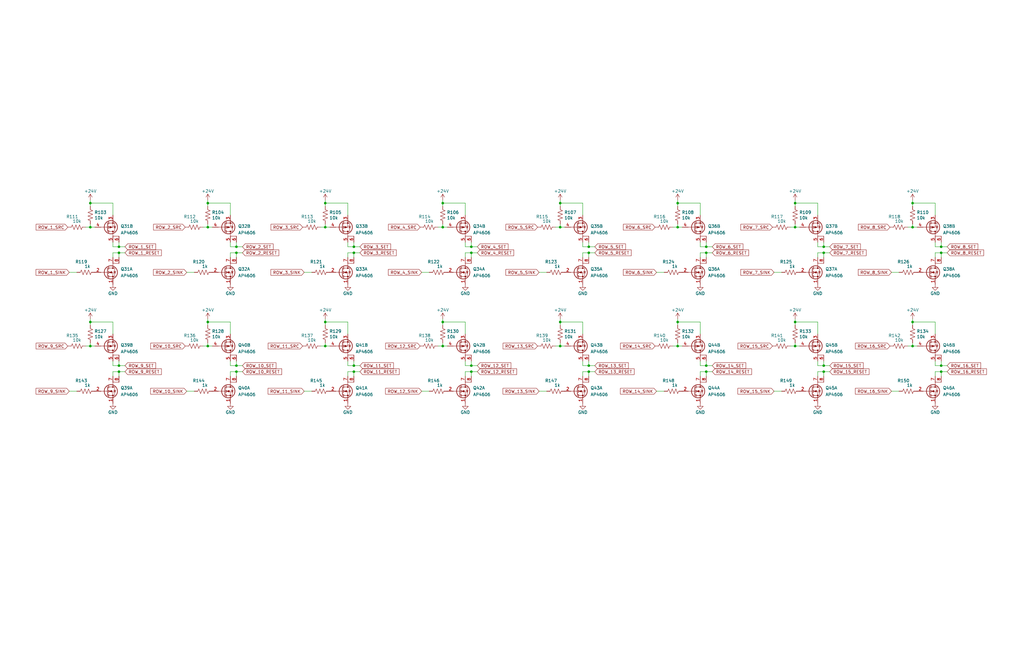
<source format=kicad_sch>
(kicad_sch (version 20211123) (generator eeschema)
  (paper "USLedger")
  (title_block (title "Luminator MAX3000 Custom Driver Board") (date "2023-03-21") (rev "E"))
  (junction (at 347.345 104.14))
  (junction (at 384.81 85.725))
  (junction (at 38.1 85.725))
  (junction (at 335.28 135.89))
  (junction (at 396.875 106.68))
  (junction (at 297.815 154.305))
  (junction (at 50.165 106.68))
  (junction (at 384.81 146.05))
  (junction (at 50.165 104.14))
  (junction (at 38.1 135.89))
  (junction (at 87.63 135.89))
  (junction (at 149.225 154.305))
  (junction (at 137.16 85.725))
  (junction (at 285.75 146.05))
  (junction (at 149.225 104.14))
  (junction (at 149.225 106.68))
  (junction (at 186.69 95.885))
  (junction (at 236.22 135.89))
  (junction (at 248.285 156.845))
  (junction (at 87.63 95.885))
  (junction (at 384.81 135.89))
  (junction (at 198.755 154.305))
  (junction (at 347.345 106.68))
  (junction (at 335.28 85.725))
  (junction (at 137.16 95.885))
  (junction (at 285.75 85.725))
  (junction (at 248.285 154.305))
  (junction (at 297.815 106.68))
  (junction (at 396.875 154.305))
  (junction (at 236.22 95.885))
  (junction (at 99.695 154.305))
  (junction (at 87.63 85.725))
  (junction (at 198.755 106.68))
  (junction (at 384.81 95.885))
  (junction (at 99.695 106.68))
  (junction (at 347.345 154.305))
  (junction (at 137.16 135.89))
  (junction (at 198.755 104.14))
  (junction (at 297.815 104.14))
  (junction (at 347.345 156.845))
  (junction (at 186.69 146.05))
  (junction (at 285.75 95.885))
  (junction (at 285.75 135.89))
  (junction (at 236.22 146.05))
  (junction (at 137.16 146.05))
  (junction (at 99.695 156.845))
  (junction (at 186.69 135.89))
  (junction (at 335.28 146.05))
  (junction (at 50.165 156.845))
  (junction (at 38.1 146.05))
  (junction (at 87.63 146.05))
  (junction (at 335.28 95.885))
  (junction (at 297.815 156.845))
  (junction (at 38.1 95.885))
  (junction (at 50.165 154.305))
  (junction (at 99.695 104.14))
  (junction (at 248.285 104.14))
  (junction (at 396.875 104.14))
  (junction (at 186.69 85.725))
  (junction (at 236.22 85.725))
  (junction (at 149.225 156.845))
  (junction (at 248.285 106.68))
  (junction (at 198.755 156.845))
  (junction (at 396.875 156.845))
  (wire (pts (xy 335.28 134.62) (xy 335.28 135.89)))
  (wire (pts (xy 344.805 106.68) (xy 347.345 106.68)))
  (wire (pts (xy 236.22 86.995) (xy 236.22 85.725)))
  (wire (pts (xy 236.22 135.89) (xy 245.745 135.89)))
  (wire (pts (xy 250.825 154.305) (xy 248.285 154.305)))
  (wire (pts (xy 335.28 146.05) (xy 337.185 146.05)))
  (wire (pts (xy 347.345 106.68) (xy 347.345 108.585)))
  (wire (pts (xy 394.335 106.68) (xy 396.875 106.68)))
  (wire (pts (xy 245.745 106.68) (xy 245.745 108.585)))
  (wire (pts (xy 201.295 104.14) (xy 198.755 104.14)))
  (wire (pts (xy 99.695 104.14) (xy 97.155 104.14)))
  (wire (pts (xy 47.625 156.845) (xy 47.625 158.75)))
  (wire (pts (xy 99.695 106.68) (xy 102.235 106.68)))
  (wire (pts (xy 99.695 156.845) (xy 99.695 158.75)))
  (wire (pts (xy 394.335 156.845) (xy 396.875 156.845)))
  (wire (pts (xy 36.195 95.885) (xy 38.1 95.885)))
  (wire (pts (xy 38.1 137.16) (xy 38.1 135.89)))
  (wire (pts (xy 99.695 156.845) (xy 102.235 156.845)))
  (wire (pts (xy 99.695 106.68) (xy 99.695 108.585)))
  (wire (pts (xy 50.165 106.68) (xy 50.165 108.585)))
  (wire (pts (xy 384.81 86.995) (xy 384.81 85.725)))
  (wire (pts (xy 87.63 84.455) (xy 87.63 85.725)))
  (wire (pts (xy 285.75 85.725) (xy 285.75 86.995)))
  (wire (pts (xy 97.155 140.97) (xy 97.155 135.89)))
  (wire (pts (xy 283.845 146.05) (xy 285.75 146.05)))
  (wire (pts (xy 347.345 156.845) (xy 347.345 158.75)))
  (wire (pts (xy 135.255 95.885) (xy 137.16 95.885)))
  (wire (pts (xy 384.81 94.615) (xy 384.81 95.885)))
  (wire (pts (xy 149.225 106.68) (xy 149.225 108.585)))
  (wire (pts (xy 335.28 95.885) (xy 337.185 95.885)))
  (wire (pts (xy 137.16 95.885) (xy 139.065 95.885)))
  (wire (pts (xy 234.315 146.05) (xy 236.22 146.05)))
  (wire (pts (xy 198.755 106.68) (xy 198.755 108.585)))
  (wire (pts (xy 335.28 137.16) (xy 335.28 135.89)))
  (wire (pts (xy 347.345 156.845) (xy 349.885 156.845)))
  (wire (pts (xy 186.69 144.78) (xy 186.69 146.05)))
  (wire (pts (xy 146.685 90.805) (xy 146.685 85.725)))
  (wire (pts (xy 276.86 165.1) (xy 280.035 165.1)))
  (wire (pts (xy 295.275 90.805) (xy 295.275 85.725)))
  (wire (pts (xy 236.22 95.885) (xy 238.125 95.885)))
  (wire (pts (xy 196.215 156.845) (xy 198.755 156.845)))
  (wire (pts (xy 245.745 156.845) (xy 248.285 156.845)))
  (wire (pts (xy 285.75 137.16) (xy 285.75 135.89)))
  (wire (pts (xy 149.225 152.4) (xy 149.225 154.305)))
  (wire (pts (xy 201.295 154.305) (xy 198.755 154.305)))
  (wire (pts (xy 335.28 144.78) (xy 335.28 146.05)))
  (wire (pts (xy 87.63 85.725) (xy 97.155 85.725)))
  (wire (pts (xy 146.685 140.97) (xy 146.685 135.89)))
  (wire (pts (xy 227.33 114.935) (xy 230.505 114.935)))
  (wire (pts (xy 97.155 104.14) (xy 97.155 102.235)))
  (wire (pts (xy 248.285 104.14) (xy 245.745 104.14)))
  (wire (pts (xy 384.81 137.16) (xy 384.81 135.89)))
  (wire (pts (xy 347.345 106.68) (xy 349.885 106.68)))
  (wire (pts (xy 186.69 86.995) (xy 186.69 85.725)))
  (wire (pts (xy 384.81 135.89) (xy 394.335 135.89)))
  (wire (pts (xy 236.22 84.455) (xy 236.22 85.725)))
  (wire (pts (xy 196.215 140.97) (xy 196.215 135.89)))
  (wire (pts (xy 149.225 106.68) (xy 151.765 106.68)))
  (wire (pts (xy 47.625 90.805) (xy 47.625 85.725)))
  (wire (pts (xy 38.1 95.885) (xy 40.005 95.885)))
  (wire (pts (xy 295.275 154.305) (xy 295.275 152.4)))
  (wire (pts (xy 97.155 156.845) (xy 97.155 158.75)))
  (wire (pts (xy 396.875 106.68) (xy 396.875 108.585)))
  (wire (pts (xy 97.155 106.68) (xy 97.155 108.585)))
  (wire (pts (xy 97.155 106.68) (xy 99.695 106.68)))
  (wire (pts (xy 137.16 135.89) (xy 146.685 135.89)))
  (wire (pts (xy 344.805 140.97) (xy 344.805 135.89)))
  (wire (pts (xy 344.805 156.845) (xy 347.345 156.845)))
  (wire (pts (xy 29.21 114.935) (xy 32.385 114.935)))
  (wire (pts (xy 285.75 84.455) (xy 285.75 85.725)))
  (wire (pts (xy 47.625 154.305) (xy 47.625 152.4)))
  (wire (pts (xy 297.815 106.68) (xy 300.355 106.68)))
  (wire (pts (xy 344.805 156.845) (xy 344.805 158.75)))
  (wire (pts (xy 344.805 104.14) (xy 344.805 102.235)))
  (wire (pts (xy 300.355 104.14) (xy 297.815 104.14)))
  (wire (pts (xy 50.165 156.845) (xy 52.705 156.845)))
  (wire (pts (xy 149.225 156.845) (xy 149.225 158.75)))
  (wire (pts (xy 234.315 95.885) (xy 236.22 95.885)))
  (wire (pts (xy 333.375 146.05) (xy 335.28 146.05)))
  (wire (pts (xy 177.8 114.935) (xy 180.975 114.935)))
  (wire (pts (xy 198.755 156.845) (xy 201.295 156.845)))
  (wire (pts (xy 87.63 146.05) (xy 89.535 146.05)))
  (wire (pts (xy 184.785 146.05) (xy 186.69 146.05)))
  (wire (pts (xy 47.625 106.68) (xy 47.625 108.585)))
  (wire (pts (xy 283.845 95.885) (xy 285.75 95.885)))
  (wire (pts (xy 344.805 154.305) (xy 344.805 152.4)))
  (wire (pts (xy 198.755 154.305) (xy 196.215 154.305)))
  (wire (pts (xy 295.275 106.68) (xy 295.275 108.585)))
  (wire (pts (xy 245.745 140.97) (xy 245.745 135.89)))
  (wire (pts (xy 36.195 146.05) (xy 38.1 146.05)))
  (wire (pts (xy 382.905 95.885) (xy 384.81 95.885)))
  (wire (pts (xy 50.165 102.235) (xy 50.165 104.14)))
  (wire (pts (xy 399.415 154.305) (xy 396.875 154.305)))
  (wire (pts (xy 146.685 106.68) (xy 146.685 108.585)))
  (wire (pts (xy 137.16 94.615) (xy 137.16 95.885)))
  (wire (pts (xy 245.745 104.14) (xy 245.745 102.235)))
  (wire (pts (xy 285.75 95.885) (xy 287.655 95.885)))
  (wire (pts (xy 186.69 146.05) (xy 188.595 146.05)))
  (wire (pts (xy 335.28 84.455) (xy 335.28 85.725)))
  (wire (pts (xy 135.255 146.05) (xy 137.16 146.05)))
  (wire (pts (xy 146.685 156.845) (xy 149.225 156.845)))
  (wire (pts (xy 396.875 152.4) (xy 396.875 154.305)))
  (wire (pts (xy 335.28 94.615) (xy 335.28 95.885)))
  (wire (pts (xy 128.27 165.1) (xy 131.445 165.1)))
  (wire (pts (xy 87.63 144.78) (xy 87.63 146.05)))
  (wire (pts (xy 285.75 146.05) (xy 287.655 146.05)))
  (wire (pts (xy 396.875 154.305) (xy 394.335 154.305)))
  (wire (pts (xy 295.275 156.845) (xy 295.275 158.75)))
  (wire (pts (xy 177.8 165.1) (xy 180.975 165.1)))
  (wire (pts (xy 347.345 152.4) (xy 347.345 154.305)))
  (wire (pts (xy 300.355 154.305) (xy 297.815 154.305)))
  (wire (pts (xy 394.335 154.305) (xy 394.335 152.4)))
  (wire (pts (xy 347.345 154.305) (xy 344.805 154.305)))
  (wire (pts (xy 87.63 94.615) (xy 87.63 95.885)))
  (wire (pts (xy 349.885 154.305) (xy 347.345 154.305)))
  (wire (pts (xy 344.805 90.805) (xy 344.805 85.725)))
  (wire (pts (xy 384.81 134.62) (xy 384.81 135.89)))
  (wire (pts (xy 29.21 165.1) (xy 32.385 165.1)))
  (wire (pts (xy 248.285 106.68) (xy 248.285 108.585)))
  (wire (pts (xy 382.905 146.05) (xy 384.81 146.05)))
  (wire (pts (xy 285.75 144.78) (xy 285.75 146.05)))
  (wire (pts (xy 186.69 137.16) (xy 186.69 135.89)))
  (wire (pts (xy 236.22 94.615) (xy 236.22 95.885)))
  (wire (pts (xy 102.235 104.14) (xy 99.695 104.14)))
  (wire (pts (xy 236.22 85.725) (xy 245.745 85.725)))
  (wire (pts (xy 285.75 85.725) (xy 295.275 85.725)))
  (wire (pts (xy 97.155 154.305) (xy 97.155 152.4)))
  (wire (pts (xy 285.75 134.62) (xy 285.75 135.89)))
  (wire (pts (xy 50.165 156.845) (xy 50.165 158.75)))
  (wire (pts (xy 87.63 137.16) (xy 87.63 135.89)))
  (wire (pts (xy 137.16 146.05) (xy 139.065 146.05)))
  (wire (pts (xy 99.695 152.4) (xy 99.695 154.305)))
  (wire (pts (xy 333.375 95.885) (xy 335.28 95.885)))
  (wire (pts (xy 149.225 156.845) (xy 151.765 156.845)))
  (wire (pts (xy 396.875 156.845) (xy 396.875 158.75)))
  (wire (pts (xy 198.755 152.4) (xy 198.755 154.305)))
  (wire (pts (xy 85.725 95.885) (xy 87.63 95.885)))
  (wire (pts (xy 375.92 114.935) (xy 379.095 114.935)))
  (wire (pts (xy 85.725 146.05) (xy 87.63 146.05)))
  (wire (pts (xy 347.345 102.235) (xy 347.345 104.14)))
  (wire (pts (xy 137.16 85.725) (xy 146.685 85.725)))
  (wire (pts (xy 196.215 106.68) (xy 198.755 106.68)))
  (wire (pts (xy 295.275 104.14) (xy 295.275 102.235)))
  (wire (pts (xy 236.22 144.78) (xy 236.22 146.05)))
  (wire (pts (xy 47.625 104.14) (xy 47.625 102.235)))
  (wire (pts (xy 198.755 156.845) (xy 198.755 158.75)))
  (wire (pts (xy 297.815 154.305) (xy 295.275 154.305)))
  (wire (pts (xy 384.81 95.885) (xy 386.715 95.885)))
  (wire (pts (xy 384.81 85.725) (xy 394.335 85.725)))
  (wire (pts (xy 248.285 156.845) (xy 250.825 156.845)))
  (wire (pts (xy 248.285 156.845) (xy 248.285 158.75)))
  (wire (pts (xy 184.785 95.885) (xy 186.69 95.885)))
  (wire (pts (xy 186.69 85.725) (xy 196.215 85.725)))
  (wire (pts (xy 196.215 104.14) (xy 196.215 102.235)))
  (wire (pts (xy 47.625 106.68) (xy 50.165 106.68)))
  (wire (pts (xy 396.875 104.14) (xy 394.335 104.14)))
  (wire (pts (xy 52.705 154.305) (xy 50.165 154.305)))
  (wire (pts (xy 196.215 106.68) (xy 196.215 108.585)))
  (wire (pts (xy 245.745 106.68) (xy 248.285 106.68)))
  (wire (pts (xy 295.275 140.97) (xy 295.275 135.89)))
  (wire (pts (xy 198.755 106.68) (xy 201.295 106.68)))
  (wire (pts (xy 297.815 104.14) (xy 295.275 104.14)))
  (wire (pts (xy 335.28 86.995) (xy 335.28 85.725)))
  (wire (pts (xy 384.81 146.05) (xy 386.715 146.05)))
  (wire (pts (xy 276.86 114.935) (xy 280.035 114.935)))
  (wire (pts (xy 47.625 156.845) (xy 50.165 156.845)))
  (wire (pts (xy 198.755 102.235) (xy 198.755 104.14)))
  (wire (pts (xy 38.1 84.455) (xy 38.1 85.725)))
  (wire (pts (xy 248.285 154.305) (xy 245.745 154.305)))
  (wire (pts (xy 78.74 114.935) (xy 81.915 114.935)))
  (wire (pts (xy 227.33 165.1) (xy 230.505 165.1)))
  (wire (pts (xy 87.63 95.885) (xy 89.535 95.885)))
  (wire (pts (xy 236.22 137.16) (xy 236.22 135.89)))
  (wire (pts (xy 297.815 156.845) (xy 300.355 156.845)))
  (wire (pts (xy 97.155 90.805) (xy 97.155 85.725)))
  (wire (pts (xy 102.235 154.305) (xy 99.695 154.305)))
  (wire (pts (xy 285.75 94.615) (xy 285.75 95.885)))
  (wire (pts (xy 384.81 144.78) (xy 384.81 146.05)))
  (wire (pts (xy 186.69 84.455) (xy 186.69 85.725)))
  (wire (pts (xy 38.1 86.995) (xy 38.1 85.725)))
  (wire (pts (xy 326.39 114.935) (xy 329.565 114.935)))
  (wire (pts (xy 394.335 106.68) (xy 394.335 108.585)))
  (wire (pts (xy 149.225 102.235) (xy 149.225 104.14)))
  (wire (pts (xy 97.155 156.845) (xy 99.695 156.845)))
  (wire (pts (xy 50.165 154.305) (xy 47.625 154.305)))
  (wire (pts (xy 87.63 134.62) (xy 87.63 135.89)))
  (wire (pts (xy 38.1 85.725) (xy 47.625 85.725)))
  (wire (pts (xy 151.765 154.305) (xy 149.225 154.305)))
  (wire (pts (xy 394.335 90.805) (xy 394.335 85.725)))
  (wire (pts (xy 78.74 165.1) (xy 81.915 165.1)))
  (wire (pts (xy 38.1 134.62) (xy 38.1 135.89)))
  (wire (pts (xy 137.16 86.995) (xy 137.16 85.725)))
  (wire (pts (xy 297.815 156.845) (xy 297.815 158.75)))
  (wire (pts (xy 146.685 104.14) (xy 146.685 102.235)))
  (wire (pts (xy 149.225 104.14) (xy 146.685 104.14)))
  (wire (pts (xy 137.16 137.16) (xy 137.16 135.89)))
  (wire (pts (xy 196.215 90.805) (xy 196.215 85.725)))
  (wire (pts (xy 344.805 106.68) (xy 344.805 108.585)))
  (wire (pts (xy 87.63 135.89) (xy 97.155 135.89)))
  (wire (pts (xy 347.345 104.14) (xy 344.805 104.14)))
  (wire (pts (xy 349.885 104.14) (xy 347.345 104.14)))
  (wire (pts (xy 326.39 165.1) (xy 329.565 165.1)))
  (wire (pts (xy 87.63 85.725) (xy 87.63 86.995)))
  (wire (pts (xy 248.285 102.235) (xy 248.285 104.14)))
  (wire (pts (xy 248.285 152.4) (xy 248.285 154.305)))
  (wire (pts (xy 399.415 104.14) (xy 396.875 104.14)))
  (wire (pts (xy 38.1 135.89) (xy 47.625 135.89)))
  (wire (pts (xy 250.825 104.14) (xy 248.285 104.14)))
  (wire (pts (xy 38.1 94.615) (xy 38.1 95.885)))
  (wire (pts (xy 394.335 156.845) (xy 394.335 158.75)))
  (wire (pts (xy 196.215 156.845) (xy 196.215 158.75)))
  (wire (pts (xy 137.16 134.62) (xy 137.16 135.89)))
  (wire (pts (xy 396.875 156.845) (xy 399.415 156.845)))
  (wire (pts (xy 50.165 104.14) (xy 47.625 104.14)))
  (wire (pts (xy 245.745 154.305) (xy 245.745 152.4)))
  (wire (pts (xy 394.335 140.97) (xy 394.335 135.89)))
  (wire (pts (xy 384.81 84.455) (xy 384.81 85.725)))
  (wire (pts (xy 335.28 85.725) (xy 344.805 85.725)))
  (wire (pts (xy 198.755 104.14) (xy 196.215 104.14)))
  (wire (pts (xy 245.745 90.805) (xy 245.745 85.725)))
  (wire (pts (xy 375.92 165.1) (xy 379.095 165.1)))
  (wire (pts (xy 50.165 106.68) (xy 52.705 106.68)))
  (wire (pts (xy 297.815 102.235) (xy 297.815 104.14)))
  (wire (pts (xy 236.22 146.05) (xy 238.125 146.05)))
  (wire (pts (xy 149.225 154.305) (xy 146.685 154.305)))
  (wire (pts (xy 50.165 152.4) (xy 50.165 154.305)))
  (wire (pts (xy 146.685 156.845) (xy 146.685 158.75)))
  (wire (pts (xy 137.16 144.78) (xy 137.16 146.05)))
  (wire (pts (xy 394.335 104.14) (xy 394.335 102.235)))
  (wire (pts (xy 99.695 102.235) (xy 99.695 104.14)))
  (wire (pts (xy 335.28 135.89) (xy 344.805 135.89)))
  (wire (pts (xy 295.275 156.845) (xy 297.815 156.845)))
  (wire (pts (xy 146.685 106.68) (xy 149.225 106.68)))
  (wire (pts (xy 396.875 106.68) (xy 399.415 106.68)))
  (wire (pts (xy 396.875 102.235) (xy 396.875 104.14)))
  (wire (pts (xy 186.69 95.885) (xy 188.595 95.885)))
  (wire (pts (xy 248.285 106.68) (xy 250.825 106.68)))
  (wire (pts (xy 128.27 114.935) (xy 131.445 114.935)))
  (wire (pts (xy 38.1 144.78) (xy 38.1 146.05)))
  (wire (pts (xy 295.275 106.68) (xy 297.815 106.68)))
  (wire (pts (xy 245.745 156.845) (xy 245.745 158.75)))
  (wire (pts (xy 297.815 106.68) (xy 297.815 108.585)))
  (wire (pts (xy 186.69 94.615) (xy 186.69 95.885)))
  (wire (pts (xy 297.815 152.4) (xy 297.815 154.305)))
  (wire (pts (xy 186.69 134.62) (xy 186.69 135.89)))
  (wire (pts (xy 285.75 135.89) (xy 295.275 135.89)))
  (wire (pts (xy 137.16 84.455) (xy 137.16 85.725)))
  (wire (pts (xy 146.685 154.305) (xy 146.685 152.4)))
  (wire (pts (xy 196.215 154.305) (xy 196.215 152.4)))
  (wire (pts (xy 151.765 104.14) (xy 149.225 104.14)))
  (wire (pts (xy 236.22 134.62) (xy 236.22 135.89)))
  (wire (pts (xy 186.69 135.89) (xy 196.215 135.89)))
  (wire (pts (xy 99.695 154.305) (xy 97.155 154.305)))
  (wire (pts (xy 52.705 104.14) (xy 50.165 104.14)))
  (wire (pts (xy 38.1 146.05) (xy 40.005 146.05)))
  (wire (pts (xy 47.625 140.97) (xy 47.625 135.89)))
  (global_label "ROW_10_SET" (shape input) (at 102.235 154.305 0) (property "Intersheet References" "${INTERSHEET_REFS}" (effects hide)))
  (global_label "ROW_15_SET" (shape input) (at 349.885 154.305 0) (property "Intersheet References" "${INTERSHEET_REFS}" (effects hide)))
  (global_label "ROW_15_SINK" (shape input) (at 326.39 165.1 180) (property "Intersheet References" "${INTERSHEET_REFS}" (effects hide)))
  (global_label "ROW_13_SINK" (shape input) (at 227.33 165.1 180) (property "Intersheet References" "${INTERSHEET_REFS}" (effects hide)))
  (global_label "ROW_9_SINK" (shape input) (at 29.21 165.1 180) (property "Intersheet References" "${INTERSHEET_REFS}" (effects hide)))
  (global_label "ROW_6_SINK" (shape input) (at 276.86 114.935 180) (property "Intersheet References" "${INTERSHEET_REFS}" (effects hide)))
  (global_label "ROW_1_SRC" (shape input) (at 28.575 95.885 180) (property "Intersheet References" "${INTERSHEET_REFS}" (effects hide)))
  (global_label "ROW_8_SET" (shape input) (at 399.415 104.14 0) (property "Intersheet References" "${INTERSHEET_REFS}" (effects hide)))
  (global_label "ROW_15_RESET" (shape input) (at 349.885 156.845 0) (property "Intersheet References" "${INTERSHEET_REFS}" (effects hide)))
  (global_label "ROW_14_SET" (shape input) (at 300.355 154.305 0) (property "Intersheet References" "${INTERSHEET_REFS}" (effects hide)))
  (global_label "ROW_7_SINK" (shape input) (at 326.39 114.935 180) (property "Intersheet References" "${INTERSHEET_REFS}" (effects hide)))
  (global_label "ROW_5_SINK" (shape input) (at 227.33 114.935 180) (property "Intersheet References" "${INTERSHEET_REFS}" (effects hide)))
  (global_label "ROW_1_SINK" (shape input) (at 29.21 114.935 180) (property "Intersheet References" "${INTERSHEET_REFS}" (effects hide)))
  (global_label "ROW_4_SRC" (shape input) (at 177.165 95.885 180) (property "Intersheet References" "${INTERSHEET_REFS}" (effects hide)))
  (global_label "ROW_14_SRC" (shape input) (at 276.225 146.05 180) (property "Intersheet References" "${INTERSHEET_REFS}" (effects hide)))
  (global_label "ROW_9_SET" (shape input) (at 52.705 154.305 0) (property "Intersheet References" "${INTERSHEET_REFS}" (effects hide)))
  (global_label "ROW_2_SET" (shape input) (at 102.235 104.14 0) (property "Intersheet References" "${INTERSHEET_REFS}" (effects hide)))
  (global_label "ROW_7_SRC" (shape input) (at 325.755 95.885 180) (property "Intersheet References" "${INTERSHEET_REFS}" (effects hide)))
  (global_label "ROW_4_SET" (shape input) (at 201.295 104.14 0) (property "Intersheet References" "${INTERSHEET_REFS}" (effects hide)))
  (global_label "ROW_4_SINK" (shape input) (at 177.8 114.935 180) (property "Intersheet References" "${INTERSHEET_REFS}" (effects hide)))
  (global_label "ROW_16_SINK" (shape input) (at 375.92 165.1 180) (property "Intersheet References" "${INTERSHEET_REFS}" (effects hide)))
  (global_label "ROW_9_RESET" (shape input) (at 52.705 156.845 0) (property "Intersheet References" "${INTERSHEET_REFS}" (effects hide)))
  (global_label "ROW_1_RESET" (shape input) (at 52.705 106.68 0) (property "Intersheet References" "${INTERSHEET_REFS}" (effects hide)))
  (global_label "ROW_11_SET" (shape input) (at 151.765 154.305 0) (property "Intersheet References" "${INTERSHEET_REFS}" (effects hide)))
  (global_label "ROW_11_SINK" (shape input) (at 128.27 165.1 180) (property "Intersheet References" "${INTERSHEET_REFS}" (effects hide)))
  (global_label "ROW_2_SRC" (shape input) (at 78.105 95.885 180) (property "Intersheet References" "${INTERSHEET_REFS}" (effects hide)))
  (global_label "ROW_6_RESET" (shape input) (at 300.355 106.68 0) (property "Intersheet References" "${INTERSHEET_REFS}" (effects hide)))
  (global_label "ROW_10_SINK" (shape input) (at 78.74 165.1 180) (property "Intersheet References" "${INTERSHEET_REFS}" (effects hide)))
  (global_label "ROW_2_SINK" (shape input) (at 78.74 114.935 180) (property "Intersheet References" "${INTERSHEET_REFS}" (effects hide)))
  (global_label "ROW_3_RESET" (shape input) (at 151.765 106.68 0) (property "Intersheet References" "${INTERSHEET_REFS}" (effects hide)))
  (global_label "ROW_2_RESET" (shape input) (at 102.235 106.68 0) (property "Intersheet References" "${INTERSHEET_REFS}" (effects hide)))
  (global_label "ROW_13_RESET" (shape input) (at 250.825 156.845 0) (property "Intersheet References" "${INTERSHEET_REFS}" (effects hide)))
  (global_label "ROW_12_SINK" (shape input) (at 177.8 165.1 180) (property "Intersheet References" "${INTERSHEET_REFS}" (effects hide)))
  (global_label "ROW_14_RESET" (shape input) (at 300.355 156.845 0) (property "Intersheet References" "${INTERSHEET_REFS}" (effects hide)))
  (global_label "ROW_10_SRC" (shape input) (at 78.105 146.05 180) (property "Intersheet References" "${INTERSHEET_REFS}" (effects hide)))
  (global_label "ROW_5_SRC" (shape input) (at 226.695 95.885 180) (property "Intersheet References" "${INTERSHEET_REFS}" (effects hide)))
  (global_label "ROW_7_RESET" (shape input) (at 349.885 106.68 0) (property "Intersheet References" "${INTERSHEET_REFS}" (effects hide)))
  (global_label "ROW_15_SRC" (shape input) (at 325.755 146.05 180) (property "Intersheet References" "${INTERSHEET_REFS}" (effects hide)))
  (global_label "ROW_12_SET" (shape input) (at 201.295 154.305 0) (property "Intersheet References" "${INTERSHEET_REFS}" (effects hide)))
  (global_label "ROW_6_SET" (shape input) (at 300.355 104.14 0) (property "Intersheet References" "${INTERSHEET_REFS}" (effects hide)))
  (global_label "ROW_1_SET" (shape input) (at 52.705 104.14 0) (property "Intersheet References" "${INTERSHEET_REFS}" (effects hide)))
  (global_label "ROW_12_RESET" (shape input) (at 201.295 156.845 0) (property "Intersheet References" "${INTERSHEET_REFS}" (effects hide)))
  (global_label "ROW_5_SET" (shape input) (at 250.825 104.14 0) (property "Intersheet References" "${INTERSHEET_REFS}" (effects hide)))
  (global_label "ROW_9_SRC" (shape input) (at 28.575 146.05 180) (property "Intersheet References" "${INTERSHEET_REFS}" (effects hide)))
  (global_label "ROW_11_RESET" (shape input) (at 151.765 156.845 0) (property "Intersheet References" "${INTERSHEET_REFS}" (effects hide)))
  (global_label "ROW_8_SRC" (shape input) (at 375.285 95.885 180) (property "Intersheet References" "${INTERSHEET_REFS}" (effects hide)))
  (global_label "ROW_14_SINK" (shape input) (at 276.86 165.1 180) (property "Intersheet References" "${INTERSHEET_REFS}" (effects hide)))
  (global_label "ROW_16_SRC" (shape input) (at 375.285 146.05 180) (property "Intersheet References" "${INTERSHEET_REFS}" (effects hide)))
  (global_label "ROW_4_RESET" (shape input) (at 201.295 106.68 0) (property "Intersheet References" "${INTERSHEET_REFS}" (effects hide)))
  (global_label "ROW_16_RESET" (shape input) (at 399.415 156.845 0) (property "Intersheet References" "${INTERSHEET_REFS}" (effects hide)))
  (global_label "ROW_7_SET" (shape input) (at 349.885 104.14 0) (property "Intersheet References" "${INTERSHEET_REFS}" (effects hide)))
  (global_label "ROW_13_SRC" (shape input) (at 226.695 146.05 180) (property "Intersheet References" "${INTERSHEET_REFS}" (effects hide)))
  (global_label "ROW_3_SRC" (shape input) (at 127.635 95.885 180) (property "Intersheet References" "${INTERSHEET_REFS}" (effects hide)))
  (global_label "ROW_8_RESET" (shape input) (at 399.415 106.68 0) (property "Intersheet References" "${INTERSHEET_REFS}" (effects hide)))
  (global_label "ROW_3_SET" (shape input) (at 151.765 104.14 0) (property "Intersheet References" "${INTERSHEET_REFS}" (effects hide)))
  (global_label "ROW_8_SINK" (shape input) (at 375.92 114.935 180) (property "Intersheet References" "${INTERSHEET_REFS}" (effects hide)))
  (global_label "ROW_12_SRC" (shape input) (at 177.165 146.05 180) (property "Intersheet References" "${INTERSHEET_REFS}" (effects hide)))
  (global_label "ROW_13_SET" (shape input) (at 250.825 154.305 0) (property "Intersheet References" "${INTERSHEET_REFS}" (effects hide)))
  (global_label "ROW_3_SINK" (shape input) (at 128.27 114.935 180) (property "Intersheet References" "${INTERSHEET_REFS}" (effects hide)))
  (global_label "ROW_5_RESET" (shape input) (at 250.825 106.68 0) (property "Intersheet References" "${INTERSHEET_REFS}" (effects hide)))
  (global_label "ROW_11_SRC" (shape input) (at 127.635 146.05 180) (property "Intersheet References" "${INTERSHEET_REFS}" (effects hide)))
  (global_label "ROW_16_SET" (shape input) (at 399.415 154.305 0) (property "Intersheet References" "${INTERSHEET_REFS}" (effects hide)))
  (global_label "ROW_10_RESET" (shape input) (at 102.235 156.845 0) (property "Intersheet References" "${INTERSHEET_REFS}" (effects hide)))
  (global_label "ROW_6_SRC" (shape input) (at 276.225 95.885 180) (property "Intersheet References" "${INTERSHEET_REFS}" (effects hide)))
  (symbol (lib_id "Nieto_Driver_FET:AP4606") (at 295.275 146.05 0) (mirror x) (unit 2)
    (property "Reference" "Q44" (at 298.5262 145.6241 0) (effects (justify left)))
    (property "Value" "AP4606" (at 298.5262 148.3992 0) (effects (justify left)))
    (property "Footprint" "Package_SO:SOIC-8_3.9x4.9mm_P1.27mm" (effects hide))
    (property "Datasheet" "https://datasheet.lcsc.com/lcsc/2112201630_ALLPOWER-ShenZhen-Quan-Li-Semiconductor-AP4606_C353084.pdf" (effects hide))
    (property "LCSC" "C353084" (effects hide))
    (property "Digikey" "755-SH8MA3TB1" (effects hide))
  )
  (symbol (lib_id "Device:R_US") (at 131.445 95.885 90) (unit 1)
    (property "Reference" "R113" (at 132.08 91.44 90) (effects (justify left)))
    (property "Value" "10k" (at 133.35 93.345 90) (effects (justify left)))
    (property "Footprint" "Resistor_SMD:R_0603_1608Metric" (effects hide))
    (property "LCSC" "C25804" (effects hide))
    (property "Digikey" "RMCF0603JT10K0CT-ND" (effects hide))
  )
  (symbol (lib_id "power:+24V") (at 236.22 84.455 0) (mirror y) (unit 1)
    (property "Reference" "#PWR0293" (effects hide))
    (property "Value" "+24V" (at 236.22 80.645 0))
  )
  (symbol (lib_id "Nieto_Driver_FET:AP4606") (at 245.745 165.1 0) (unit 1)
    (property "Reference" "Q43" (at 248.9962 163.7089 0) (effects (justify left)))
    (property "Value" "AP4606" (at 248.9962 166.484 0) (effects (justify left)))
    (property "Footprint" "Package_SO:SOIC-8_3.9x4.9mm_P1.27mm" (effects hide))
    (property "Datasheet" "https://datasheet.lcsc.com/lcsc/2112201630_ALLPOWER-ShenZhen-Quan-Li-Semiconductor-AP4606_C353084.pdf" (effects hide))
    (property "LCSC" "C353084" (effects hide))
    (property "Digikey" "755-SH8MA3TB1" (effects hide))
  )
  (symbol (lib_id "Nieto_Driver_FET:AP4606") (at 47.625 146.05 0) (mirror x) (unit 2)
    (property "Reference" "Q39" (at 50.8762 145.6241 0) (effects (justify left)))
    (property "Value" "AP4606" (at 50.8762 148.3992 0) (effects (justify left)))
    (property "Footprint" "Package_SO:SOIC-8_3.9x4.9mm_P1.27mm" (effects hide))
    (property "Datasheet" "https://datasheet.lcsc.com/lcsc/2112201630_ALLPOWER-ShenZhen-Quan-Li-Semiconductor-AP4606_C353084.pdf" (effects hide))
    (property "LCSC" "C353084" (effects hide))
    (property "Digikey" "755-SH8MA3TB1" (effects hide))
  )
  (symbol (lib_id "power:+24V") (at 236.22 134.62 0) (mirror y) (unit 1)
    (property "Reference" "#PWR0292" (effects hide))
    (property "Value" "+24V" (at 236.22 130.81 0))
  )
  (symbol (lib_id "Device:R_US") (at 379.095 95.885 90) (unit 1)
    (property "Reference" "R118" (at 379.73 91.44 90) (effects (justify left)))
    (property "Value" "10k" (at 381 93.345 90) (effects (justify left)))
    (property "Footprint" "Resistor_SMD:R_0603_1608Metric" (effects hide))
    (property "LCSC" "C25804" (effects hide))
    (property "Digikey" "RMCF0603JT10K0CT-ND" (effects hide))
  )
  (symbol (lib_id "Device:R_US") (at 32.385 146.05 90) (unit 1)
    (property "Reference" "R135" (at 33.02 141.605 90) (effects (justify left)))
    (property "Value" "10k" (at 34.29 143.51 90) (effects (justify left)))
    (property "Footprint" "Resistor_SMD:R_0603_1608Metric" (effects hide))
    (property "LCSC" "C25804" (effects hide))
    (property "Digikey" "RMCF0603JT10K0CT-ND" (effects hide))
  )
  (symbol (lib_id "Nieto_Driver_FET:AP4606") (at 146.685 146.05 0) (mirror x) (unit 2)
    (property "Reference" "Q41" (at 149.9362 145.6241 0) (effects (justify left)))
    (property "Value" "AP4606" (at 149.9362 148.3992 0) (effects (justify left)))
    (property "Footprint" "Package_SO:SOIC-8_3.9x4.9mm_P1.27mm" (effects hide))
    (property "Datasheet" "https://datasheet.lcsc.com/lcsc/2112201630_ALLPOWER-ShenZhen-Quan-Li-Semiconductor-AP4606_C353084.pdf" (effects hide))
    (property "LCSC" "C353084" (effects hide))
    (property "Digikey" "755-SH8MA3TB1" (effects hide))
  )
  (symbol (lib_id "power:GND") (at 97.155 170.18 0) (unit 1)
    (property "Reference" "#PWR0230" (effects hide))
    (property "Value" "GND" (at 97.155 173.99 0))
  )
  (symbol (lib_id "Nieto_Driver_FET:AP4606") (at 394.335 95.885 0) (mirror x) (unit 2)
    (property "Reference" "Q38" (at 397.5862 95.4591 0) (effects (justify left)))
    (property "Value" "AP4606" (at 397.5862 98.2342 0) (effects (justify left)))
    (property "Footprint" "Package_SO:SOIC-8_3.9x4.9mm_P1.27mm" (effects hide))
    (property "Datasheet" "https://datasheet.lcsc.com/lcsc/2112201630_ALLPOWER-ShenZhen-Quan-Li-Semiconductor-AP4606_C353084.pdf" (effects hide))
    (property "LCSC" "C353084" (effects hide))
    (property "Digikey" "755-SH8MA3TB1" (effects hide))
  )
  (symbol (lib_id "Device:R_US") (at 32.385 95.885 90) (unit 1)
    (property "Reference" "R111" (at 33.02 91.44 90) (effects (justify left)))
    (property "Value" "10k" (at 34.29 93.345 90) (effects (justify left)))
    (property "Footprint" "Resistor_SMD:R_0603_1608Metric" (effects hide))
    (property "LCSC" "C25804" (effects hide))
    (property "Digikey" "RMCF0603JT10K0CT-ND" (effects hide))
  )
  (symbol (lib_id "Device:R_US") (at 186.69 90.805 0) (unit 1)
    (property "Reference" "R106" (at 188.4172 89.6366 0) (effects (justify left)))
    (property "Value" "10k" (at 188.4172 91.948 0) (effects (justify left)))
    (property "Footprint" "Resistor_SMD:R_0603_1608Metric" (effects hide))
    (property "LCSC" "C25804" (effects hide))
    (property "Digikey" "RMCF0603JT10K0CT-ND" (effects hide))
  )
  (symbol (lib_id "power:GND") (at 146.685 170.18 0) (unit 1)
    (property "Reference" "#PWR0231" (effects hide))
    (property "Value" "GND" (at 146.685 173.99 0))
  )
  (symbol (lib_id "Nieto_Driver_FET:AP4606") (at 295.275 95.885 0) (mirror x) (unit 2)
    (property "Reference" "Q36" (at 298.5262 95.4591 0) (effects (justify left)))
    (property "Value" "AP4606" (at 298.5262 98.2342 0) (effects (justify left)))
    (property "Footprint" "Package_SO:SOIC-8_3.9x4.9mm_P1.27mm" (effects hide))
    (property "Datasheet" "https://datasheet.lcsc.com/lcsc/2112201630_ALLPOWER-ShenZhen-Quan-Li-Semiconductor-AP4606_C353084.pdf" (effects hide))
    (property "LCSC" "C353084" (effects hide))
    (property "Digikey" "755-SH8MA3TB1" (effects hide))
  )
  (symbol (lib_id "Nieto_Driver_FET:AP4606") (at 344.805 146.05 0) (mirror x) (unit 2)
    (property "Reference" "Q45" (at 348.0562 145.6241 0) (effects (justify left)))
    (property "Value" "AP4606" (at 348.0562 148.3992 0) (effects (justify left)))
    (property "Footprint" "Package_SO:SOIC-8_3.9x4.9mm_P1.27mm" (effects hide))
    (property "Datasheet" "https://datasheet.lcsc.com/lcsc/2112201630_ALLPOWER-ShenZhen-Quan-Li-Semiconductor-AP4606_C353084.pdf" (effects hide))
    (property "LCSC" "C353084" (effects hide))
    (property "Digikey" "755-SH8MA3TB1" (effects hide))
  )
  (symbol (lib_id "Nieto_Driver_FET:AP4606") (at 245.745 114.935 0) (unit 1)
    (property "Reference" "Q35" (at 248.9962 113.5439 0) (effects (justify left)))
    (property "Value" "AP4606" (at 248.9962 116.319 0) (effects (justify left)))
    (property "Footprint" "Package_SO:SOIC-8_3.9x4.9mm_P1.27mm" (effects hide))
    (property "Datasheet" "https://datasheet.lcsc.com/lcsc/2112201630_ALLPOWER-ShenZhen-Quan-Li-Semiconductor-AP4606_C353084.pdf" (effects hide))
    (property "LCSC" "C353084" (effects hide))
    (property "Digikey" "755-SH8MA3TB1" (effects hide))
  )
  (symbol (lib_id "Nieto_Driver_FET:AP4606") (at 295.275 114.935 0) (unit 1)
    (property "Reference" "Q36" (at 298.5262 113.5439 0) (effects (justify left)))
    (property "Value" "AP4606" (at 298.5262 116.319 0) (effects (justify left)))
    (property "Footprint" "Package_SO:SOIC-8_3.9x4.9mm_P1.27mm" (effects hide))
    (property "Datasheet" "https://datasheet.lcsc.com/lcsc/2112201630_ALLPOWER-ShenZhen-Quan-Li-Semiconductor-AP4606_C353084.pdf" (effects hide))
    (property "LCSC" "C353084" (effects hide))
    (property "Digikey" "755-SH8MA3TB1" (effects hide))
  )
  (symbol (lib_id "Device:R_US") (at 283.845 114.935 90) (unit 1)
    (property "Reference" "R124" (at 284.48 110.49 90) (effects (justify left)))
    (property "Value" "1k" (at 285.75 112.395 90) (effects (justify left)))
    (property "Footprint" "Resistor_SMD:R_0603_1608Metric" (effects hide))
    (property "LCSC" "C21190" (effects hide))
    (property "Digikey" "RNCP0603FTD1K00CT-ND" (effects hide))
  )
  (symbol (lib_id "Nieto_Driver_FET:AP4606") (at 196.215 165.1 0) (unit 1)
    (property "Reference" "Q42" (at 199.4662 163.7089 0) (effects (justify left)))
    (property "Value" "AP4606" (at 199.4662 166.484 0) (effects (justify left)))
    (property "Footprint" "Package_SO:SOIC-8_3.9x4.9mm_P1.27mm" (effects hide))
    (property "Datasheet" "https://datasheet.lcsc.com/lcsc/2112201630_ALLPOWER-ShenZhen-Quan-Li-Semiconductor-AP4606_C353084.pdf" (effects hide))
    (property "LCSC" "C353084" (effects hide))
    (property "Digikey" "755-SH8MA3TB1" (effects hide))
  )
  (symbol (lib_id "Device:R_US") (at 384.81 140.97 0) (unit 1)
    (property "Reference" "R134" (at 386.5372 139.8016 0) (effects (justify left)))
    (property "Value" "10k" (at 386.5372 142.113 0) (effects (justify left)))
    (property "Footprint" "Resistor_SMD:R_0603_1608Metric" (effects hide))
    (property "LCSC" "C25804" (effects hide))
    (property "Digikey" "RMCF0603JT10K0CT-ND" (effects hide))
  )
  (symbol (lib_id "power:GND") (at 295.275 170.18 0) (unit 1)
    (property "Reference" "#PWR0234" (effects hide))
    (property "Value" "GND" (at 295.275 173.99 0))
  )
  (symbol (lib_id "Device:R_US") (at 230.505 146.05 90) (unit 1)
    (property "Reference" "R139" (at 231.14 141.605 90) (effects (justify left)))
    (property "Value" "10k" (at 232.41 143.51 90) (effects (justify left)))
    (property "Footprint" "Resistor_SMD:R_0603_1608Metric" (effects hide))
    (property "LCSC" "C25804" (effects hide))
    (property "Digikey" "RMCF0603JT10K0CT-ND" (effects hide))
  )
  (symbol (lib_id "Nieto_Driver_FET:AP4606") (at 196.215 146.05 0) (mirror x) (unit 2)
    (property "Reference" "Q42" (at 199.4662 145.6241 0) (effects (justify left)))
    (property "Value" "AP4606" (at 199.4662 148.3992 0) (effects (justify left)))
    (property "Footprint" "Package_SO:SOIC-8_3.9x4.9mm_P1.27mm" (effects hide))
    (property "Datasheet" "https://datasheet.lcsc.com/lcsc/2112201630_ALLPOWER-ShenZhen-Quan-Li-Semiconductor-AP4606_C353084.pdf" (effects hide))
    (property "LCSC" "C353084" (effects hide))
    (property "Digikey" "755-SH8MA3TB1" (effects hide))
  )
  (symbol (lib_id "Device:R_US") (at 379.095 146.05 90) (unit 1)
    (property "Reference" "R142" (at 379.73 141.605 90) (effects (justify left)))
    (property "Value" "10k" (at 381 143.51 90) (effects (justify left)))
    (property "Footprint" "Resistor_SMD:R_0603_1608Metric" (effects hide))
    (property "LCSC" "C25804" (effects hide))
    (property "Digikey" "RMCF0603JT10K0CT-ND" (effects hide))
  )
  (symbol (lib_id "Device:R_US") (at 285.75 90.805 0) (unit 1)
    (property "Reference" "R108" (at 287.4772 89.6366 0) (effects (justify left)))
    (property "Value" "10k" (at 287.4772 91.948 0) (effects (justify left)))
    (property "Footprint" "Resistor_SMD:R_0603_1608Metric" (effects hide))
    (property "LCSC" "C25804" (effects hide))
    (property "Digikey" "RMCF0603JT10K0CT-ND" (effects hide))
  )
  (symbol (lib_id "power:+24V") (at 384.81 84.455 0) (mirror y) (unit 1)
    (property "Reference" "#PWR0287" (effects hide))
    (property "Value" "+24V" (at 384.81 80.645 0))
  )
  (symbol (lib_id "Device:R_US") (at 180.975 95.885 90) (unit 1)
    (property "Reference" "R114" (at 181.61 91.44 90) (effects (justify left)))
    (property "Value" "10k" (at 182.88 93.345 90) (effects (justify left)))
    (property "Footprint" "Resistor_SMD:R_0603_1608Metric" (effects hide))
    (property "LCSC" "C25804" (effects hide))
    (property "Digikey" "RMCF0603JT10K0CT-ND" (effects hide))
  )
  (symbol (lib_id "power:GND") (at 196.215 170.18 0) (unit 1)
    (property "Reference" "#PWR0232" (effects hide))
    (property "Value" "GND" (at 196.215 173.99 0))
  )
  (symbol (lib_id "Nieto_Driver_FET:AP4606") (at 295.275 165.1 0) (unit 1)
    (property "Reference" "Q44" (at 298.5262 163.7089 0) (effects (justify left)))
    (property "Value" "AP4606" (at 298.5262 166.484 0) (effects (justify left)))
    (property "Footprint" "Package_SO:SOIC-8_3.9x4.9mm_P1.27mm" (effects hide))
    (property "Datasheet" "https://datasheet.lcsc.com/lcsc/2112201630_ALLPOWER-ShenZhen-Quan-Li-Semiconductor-AP4606_C353084.pdf" (effects hide))
    (property "LCSC" "C353084" (effects hide))
    (property "Digikey" "755-SH8MA3TB1" (effects hide))
  )
  (symbol (lib_id "Device:R_US") (at 236.22 140.97 0) (unit 1)
    (property "Reference" "R131" (at 237.9472 139.8016 0) (effects (justify left)))
    (property "Value" "10k" (at 237.9472 142.113 0) (effects (justify left)))
    (property "Footprint" "Resistor_SMD:R_0603_1608Metric" (effects hide))
    (property "LCSC" "C25804" (effects hide))
    (property "Digikey" "RMCF0603JT10K0CT-ND" (effects hide))
  )
  (symbol (lib_id "Device:R_US") (at 234.315 114.935 90) (unit 1)
    (property "Reference" "R123" (at 234.95 110.49 90) (effects (justify left)))
    (property "Value" "1k" (at 236.22 112.395 90) (effects (justify left)))
    (property "Footprint" "Resistor_SMD:R_0603_1608Metric" (effects hide))
    (property "LCSC" "C21190" (effects hide))
    (property "Digikey" "RNCP0603FTD1K00CT-ND" (effects hide))
  )
  (symbol (lib_id "Nieto_Driver_FET:AP4606") (at 394.335 114.935 0) (unit 1)
    (property "Reference" "Q38" (at 397.5862 113.5439 0) (effects (justify left)))
    (property "Value" "AP4606" (at 397.5862 116.319 0) (effects (justify left)))
    (property "Footprint" "Package_SO:SOIC-8_3.9x4.9mm_P1.27mm" (effects hide))
    (property "Datasheet" "https://datasheet.lcsc.com/lcsc/2112201630_ALLPOWER-ShenZhen-Quan-Li-Semiconductor-AP4606_C353084.pdf" (effects hide))
    (property "LCSC" "C353084" (effects hide))
    (property "Digikey" "755-SH8MA3TB1" (effects hide))
  )
  (symbol (lib_id "power:GND") (at 344.805 120.015 0) (unit 1)
    (property "Reference" "#PWR0219" (effects hide))
    (property "Value" "GND" (at 344.805 123.825 0))
  )
  (symbol (lib_id "Nieto_Driver_FET:AP4606") (at 47.625 114.935 0) (unit 1)
    (property "Reference" "Q31" (at 50.8762 113.5439 0) (effects (justify left)))
    (property "Value" "AP4606" (at 50.8762 116.319 0) (effects (justify left)))
    (property "Footprint" "Package_SO:SOIC-8_3.9x4.9mm_P1.27mm" (effects hide))
    (property "Datasheet" "https://datasheet.lcsc.com/lcsc/2112201630_ALLPOWER-ShenZhen-Quan-Li-Semiconductor-AP4606_C353084.pdf" (effects hide))
    (property "LCSC" "C353084" (effects hide))
    (property "Digikey" "755-SH8MA3TB1" (effects hide))
  )
  (symbol (lib_id "power:GND") (at 245.745 170.18 0) (unit 1)
    (property "Reference" "#PWR0233" (effects hide))
    (property "Value" "GND" (at 245.745 173.99 0))
  )
  (symbol (lib_id "Device:R_US") (at 283.845 165.1 90) (unit 1)
    (property "Reference" "R148" (at 284.48 160.655 90) (effects (justify left)))
    (property "Value" "1k" (at 285.75 162.56 90) (effects (justify left)))
    (property "Footprint" "Resistor_SMD:R_0603_1608Metric" (effects hide))
    (property "LCSC" "C21190" (effects hide))
    (property "Digikey" "RNCP0603FTD1K00CT-ND" (effects hide))
  )
  (symbol (lib_id "power:+24V") (at 285.75 84.455 0) (mirror y) (unit 1)
    (property "Reference" "#PWR0291" (effects hide))
    (property "Value" "+24V" (at 285.75 80.645 0))
  )
  (symbol (lib_id "power:GND") (at 295.275 120.015 0) (unit 1)
    (property "Reference" "#PWR0218" (effects hide))
    (property "Value" "GND" (at 295.275 123.825 0))
  )
  (symbol (lib_id "Nieto_Driver_FET:AP4606") (at 394.335 165.1 0) (unit 1)
    (property "Reference" "Q46" (at 397.5862 163.7089 0) (effects (justify left)))
    (property "Value" "AP4606" (at 397.5862 166.484 0) (effects (justify left)))
    (property "Footprint" "Package_SO:SOIC-8_3.9x4.9mm_P1.27mm" (effects hide))
    (property "Datasheet" "https://datasheet.lcsc.com/lcsc/2112201630_ALLPOWER-ShenZhen-Quan-Li-Semiconductor-AP4606_C353084.pdf" (effects hide))
    (property "LCSC" "C353084" (effects hide))
    (property "Digikey" "755-SH8MA3TB1" (effects hide))
  )
  (symbol (lib_id "power:GND") (at 344.805 170.18 0) (unit 1)
    (property "Reference" "#PWR0235" (effects hide))
    (property "Value" "GND" (at 344.805 173.99 0))
  )
  (symbol (lib_id "Device:R_US") (at 87.63 90.805 0) (unit 1)
    (property "Reference" "R104" (at 89.3572 89.6366 0) (effects (justify left)))
    (property "Value" "10k" (at 89.3572 91.948 0) (effects (justify left)))
    (property "Footprint" "Resistor_SMD:R_0603_1608Metric" (effects hide))
    (property "LCSC" "C25804" (effects hide))
    (property "Digikey" "RMCF0603JT10K0CT-ND" (effects hide))
  )
  (symbol (lib_id "Device:R_US") (at 135.255 165.1 90) (unit 1)
    (property "Reference" "R145" (at 135.89 160.655 90) (effects (justify left)))
    (property "Value" "1k" (at 137.16 162.56 90) (effects (justify left)))
    (property "Footprint" "Resistor_SMD:R_0603_1608Metric" (effects hide))
    (property "LCSC" "C21190" (effects hide))
    (property "Digikey" "RNCP0603FTD1K00CT-ND" (effects hide))
  )
  (symbol (lib_id "Nieto_Driver_FET:AP4606") (at 47.625 95.885 0) (mirror x) (unit 2)
    (property "Reference" "Q31" (at 50.8762 95.4591 0) (effects (justify left)))
    (property "Value" "AP4606" (at 50.8762 98.2342 0) (effects (justify left)))
    (property "Footprint" "Package_SO:SOIC-8_3.9x4.9mm_P1.27mm" (effects hide))
    (property "Datasheet" "https://datasheet.lcsc.com/lcsc/2112201630_ALLPOWER-ShenZhen-Quan-Li-Semiconductor-AP4606_C353084.pdf" (effects hide))
    (property "LCSC" "C353084" (effects hide))
    (property "Digikey" "755-SH8MA3TB1" (effects hide))
  )
  (symbol (lib_id "Device:R_US") (at 184.785 114.935 90) (unit 1)
    (property "Reference" "R122" (at 185.42 110.49 90) (effects (justify left)))
    (property "Value" "1k" (at 186.69 112.395 90) (effects (justify left)))
    (property "Footprint" "Resistor_SMD:R_0603_1608Metric" (effects hide))
    (property "LCSC" "C21190" (effects hide))
    (property "Digikey" "RNCP0603FTD1K00CT-ND" (effects hide))
  )
  (symbol (lib_id "Device:R_US") (at 186.69 140.97 0) (unit 1)
    (property "Reference" "R130" (at 188.4172 139.8016 0) (effects (justify left)))
    (property "Value" "10k" (at 188.4172 142.113 0) (effects (justify left)))
    (property "Footprint" "Resistor_SMD:R_0603_1608Metric" (effects hide))
    (property "LCSC" "C25804" (effects hide))
    (property "Digikey" "RMCF0603JT10K0CT-ND" (effects hide))
  )
  (symbol (lib_id "power:GND") (at 47.625 170.18 0) (unit 1)
    (property "Reference" "#PWR0229" (effects hide))
    (property "Value" "GND" (at 47.625 173.99 0))
  )
  (symbol (lib_id "Device:R_US") (at 329.565 146.05 90) (unit 1)
    (property "Reference" "R141" (at 330.2 141.605 90) (effects (justify left)))
    (property "Value" "10k" (at 331.47 143.51 90) (effects (justify left)))
    (property "Footprint" "Resistor_SMD:R_0603_1608Metric" (effects hide))
    (property "LCSC" "C25804" (effects hide))
    (property "Digikey" "RMCF0603JT10K0CT-ND" (effects hide))
  )
  (symbol (lib_id "Device:R_US") (at 335.28 140.97 0) (unit 1)
    (property "Reference" "R133" (at 337.0072 139.8016 0) (effects (justify left)))
    (property "Value" "10k" (at 337.0072 142.113 0) (effects (justify left)))
    (property "Footprint" "Resistor_SMD:R_0603_1608Metric" (effects hide))
    (property "LCSC" "C25804" (effects hide))
    (property "Digikey" "RMCF0603JT10K0CT-ND" (effects hide))
  )
  (symbol (lib_id "Nieto_Driver_FET:AP4606") (at 344.805 114.935 0) (unit 1)
    (property "Reference" "Q37" (at 348.0562 113.5439 0) (effects (justify left)))
    (property "Value" "AP4606" (at 348.0562 116.319 0) (effects (justify left)))
    (property "Footprint" "Package_SO:SOIC-8_3.9x4.9mm_P1.27mm" (effects hide))
    (property "Datasheet" "https://datasheet.lcsc.com/lcsc/2112201630_ALLPOWER-ShenZhen-Quan-Li-Semiconductor-AP4606_C353084.pdf" (effects hide))
    (property "LCSC" "C353084" (effects hide))
    (property "Digikey" "755-SH8MA3TB1" (effects hide))
  )
  (symbol (lib_id "Device:R_US") (at 285.75 140.97 0) (unit 1)
    (property "Reference" "R132" (at 287.4772 139.8016 0) (effects (justify left)))
    (property "Value" "10k" (at 287.4772 142.113 0) (effects (justify left)))
    (property "Footprint" "Resistor_SMD:R_0603_1608Metric" (effects hide))
    (property "LCSC" "C25804" (effects hide))
    (property "Digikey" "RMCF0603JT10K0CT-ND" (effects hide))
  )
  (symbol (lib_id "Device:R_US") (at 135.255 114.935 90) (unit 1)
    (property "Reference" "R121" (at 135.89 110.49 90) (effects (justify left)))
    (property "Value" "1k" (at 137.16 112.395 90) (effects (justify left)))
    (property "Footprint" "Resistor_SMD:R_0603_1608Metric" (effects hide))
    (property "LCSC" "C21190" (effects hide))
    (property "Digikey" "RNCP0603FTD1K00CT-ND" (effects hide))
  )
  (symbol (lib_id "Device:R_US") (at 230.505 95.885 90) (unit 1)
    (property "Reference" "R115" (at 231.14 91.44 90) (effects (justify left)))
    (property "Value" "10k" (at 232.41 93.345 90) (effects (justify left)))
    (property "Footprint" "Resistor_SMD:R_0603_1608Metric" (effects hide))
    (property "LCSC" "C25804" (effects hide))
    (property "Digikey" "RMCF0603JT10K0CT-ND" (effects hide))
  )
  (symbol (lib_id "power:GND") (at 196.215 120.015 0) (unit 1)
    (property "Reference" "#PWR0216" (effects hide))
    (property "Value" "GND" (at 196.215 123.825 0))
  )
  (symbol (lib_id "Nieto_Driver_FET:AP4606") (at 146.685 114.935 0) (unit 1)
    (property "Reference" "Q33" (at 149.9362 113.5439 0) (effects (justify left)))
    (property "Value" "AP4606" (at 149.9362 116.319 0) (effects (justify left)))
    (property "Footprint" "Package_SO:SOIC-8_3.9x4.9mm_P1.27mm" (effects hide))
    (property "Datasheet" "https://datasheet.lcsc.com/lcsc/2112201630_ALLPOWER-ShenZhen-Quan-Li-Semiconductor-AP4606_C353084.pdf" (effects hide))
    (property "LCSC" "C353084" (effects hide))
    (property "Digikey" "755-SH8MA3TB1" (effects hide))
  )
  (symbol (lib_id "Nieto_Driver_FET:AP4606") (at 97.155 165.1 0) (unit 1)
    (property "Reference" "Q40" (at 100.4062 163.7089 0) (effects (justify left)))
    (property "Value" "AP4606" (at 100.4062 166.484 0) (effects (justify left)))
    (property "Footprint" "Package_SO:SOIC-8_3.9x4.9mm_P1.27mm" (effects hide))
    (property "Datasheet" "https://datasheet.lcsc.com/lcsc/2112201630_ALLPOWER-ShenZhen-Quan-Li-Semiconductor-AP4606_C353084.pdf" (effects hide))
    (property "LCSC" "C353084" (effects hide))
    (property "Digikey" "755-SH8MA3TB1" (effects hide))
  )
  (symbol (lib_id "Device:R_US") (at 280.035 146.05 90) (unit 1)
    (property "Reference" "R140" (at 280.67 141.605 90) (effects (justify left)))
    (property "Value" "10k" (at 281.94 143.51 90) (effects (justify left)))
    (property "Footprint" "Resistor_SMD:R_0603_1608Metric" (effects hide))
    (property "LCSC" "C25804" (effects hide))
    (property "Digikey" "RMCF0603JT10K0CT-ND" (effects hide))
  )
  (symbol (lib_id "power:+24V") (at 186.69 84.455 0) (mirror y) (unit 1)
    (property "Reference" "#PWR0294" (effects hide))
    (property "Value" "+24V" (at 186.69 80.645 0))
  )
  (symbol (lib_id "Nieto_Driver_FET:AP4606") (at 47.625 165.1 0) (unit 1)
    (property "Reference" "Q39" (at 50.8762 163.7089 0) (effects (justify left)))
    (property "Value" "AP4606" (at 50.8762 166.484 0) (effects (justify left)))
    (property "Footprint" "Package_SO:SOIC-8_3.9x4.9mm_P1.27mm" (effects hide))
    (property "Datasheet" "https://datasheet.lcsc.com/lcsc/2112201630_ALLPOWER-ShenZhen-Quan-Li-Semiconductor-AP4606_C353084.pdf" (effects hide))
    (property "LCSC" "C353084" (effects hide))
    (property "Digikey" "755-SH8MA3TB1" (effects hide))
  )
  (symbol (lib_id "Device:R_US") (at 85.725 165.1 90) (unit 1)
    (property "Reference" "R144" (at 86.36 160.655 90) (effects (justify left)))
    (property "Value" "1k" (at 87.63 162.56 90) (effects (justify left)))
    (property "Footprint" "Resistor_SMD:R_0603_1608Metric" (effects hide))
    (property "LCSC" "C21190" (effects hide))
    (property "Digikey" "RNCP0603FTD1K00CT-ND" (effects hide))
  )
  (symbol (lib_id "power:+24V") (at 186.69 134.62 0) (mirror y) (unit 1)
    (property "Reference" "#PWR0297" (effects hide))
    (property "Value" "+24V" (at 186.69 130.81 0))
  )
  (symbol (lib_id "Device:R_US") (at 38.1 90.805 0) (unit 1)
    (property "Reference" "R103" (at 39.8272 89.6366 0) (effects (justify left)))
    (property "Value" "10k" (at 39.8272 91.948 0) (effects (justify left)))
    (property "Footprint" "Resistor_SMD:R_0603_1608Metric" (effects hide))
    (property "LCSC" "C25804" (effects hide))
    (property "Digikey" "RMCF0603JT10K0CT-ND" (effects hide))
  )
  (symbol (lib_id "power:GND") (at 97.155 120.015 0) (unit 1)
    (property "Reference" "#PWR0214" (effects hide))
    (property "Value" "GND" (at 97.155 123.825 0))
  )
  (symbol (lib_id "Device:R_US") (at 180.975 146.05 90) (unit 1)
    (property "Reference" "R138" (at 181.61 141.605 90) (effects (justify left)))
    (property "Value" "10k" (at 182.88 143.51 90) (effects (justify left)))
    (property "Footprint" "Resistor_SMD:R_0603_1608Metric" (effects hide))
    (property "LCSC" "C25804" (effects hide))
    (property "Digikey" "RMCF0603JT10K0CT-ND" (effects hide))
  )
  (symbol (lib_id "Nieto_Driver_FET:AP4606") (at 146.685 95.885 0) (mirror x) (unit 2)
    (property "Reference" "Q33" (at 149.9362 95.4591 0) (effects (justify left)))
    (property "Value" "AP4606" (at 149.9362 98.2342 0) (effects (justify left)))
    (property "Footprint" "Package_SO:SOIC-8_3.9x4.9mm_P1.27mm" (effects hide))
    (property "Datasheet" "https://datasheet.lcsc.com/lcsc/2112201630_ALLPOWER-ShenZhen-Quan-Li-Semiconductor-AP4606_C353084.pdf" (effects hide))
    (property "LCSC" "C353084" (effects hide))
    (property "Digikey" "755-SH8MA3TB1" (effects hide))
  )
  (symbol (lib_id "Nieto_Driver_FET:AP4606") (at 146.685 165.1 0) (unit 1)
    (property "Reference" "Q41" (at 149.9362 163.7089 0) (effects (justify left)))
    (property "Value" "AP4606" (at 149.9362 166.484 0) (effects (justify left)))
    (property "Footprint" "Package_SO:SOIC-8_3.9x4.9mm_P1.27mm" (effects hide))
    (property "Datasheet" "https://datasheet.lcsc.com/lcsc/2112201630_ALLPOWER-ShenZhen-Quan-Li-Semiconductor-AP4606_C353084.pdf" (effects hide))
    (property "LCSC" "C353084" (effects hide))
    (property "Digikey" "755-SH8MA3TB1" (effects hide))
  )
  (symbol (lib_id "Nieto_Driver_FET:AP4606") (at 97.155 114.935 0) (unit 1)
    (property "Reference" "Q32" (at 100.4062 113.5439 0) (effects (justify left)))
    (property "Value" "AP4606" (at 100.4062 116.319 0) (effects (justify left)))
    (property "Footprint" "Package_SO:SOIC-8_3.9x4.9mm_P1.27mm" (effects hide))
    (property "Datasheet" "https://datasheet.lcsc.com/lcsc/2112201630_ALLPOWER-ShenZhen-Quan-Li-Semiconductor-AP4606_C353084.pdf" (effects hide))
    (property "LCSC" "C353084" (effects hide))
    (property "Digikey" "755-SH8MA3TB1" (effects hide))
  )
  (symbol (lib_id "Device:R_US") (at 234.315 165.1 90) (unit 1)
    (property "Reference" "R147" (at 234.95 160.655 90) (effects (justify left)))
    (property "Value" "1k" (at 236.22 162.56 90) (effects (justify left)))
    (property "Footprint" "Resistor_SMD:R_0603_1608Metric" (effects hide))
    (property "LCSC" "C21190" (effects hide))
    (property "Digikey" "RNCP0603FTD1K00CT-ND" (effects hide))
  )
  (symbol (lib_id "Device:R_US") (at 329.565 95.885 90) (unit 1)
    (property "Reference" "R117" (at 330.2 91.44 90) (effects (justify left)))
    (property "Value" "10k" (at 331.47 93.345 90) (effects (justify left)))
    (property "Footprint" "Resistor_SMD:R_0603_1608Metric" (effects hide))
    (property "LCSC" "C25804" (effects hide))
    (property "Digikey" "RMCF0603JT10K0CT-ND" (effects hide))
  )
  (symbol (lib_id "Device:R_US") (at 81.915 146.05 90) (unit 1)
    (property "Reference" "R136" (at 82.55 141.605 90) (effects (justify left)))
    (property "Value" "10k" (at 83.82 143.51 90) (effects (justify left)))
    (property "Footprint" "Resistor_SMD:R_0603_1608Metric" (effects hide))
    (property "LCSC" "C25804" (effects hide))
    (property "Digikey" "RMCF0603JT10K0CT-ND" (effects hide))
  )
  (symbol (lib_id "Device:R_US") (at 81.915 95.885 90) (unit 1)
    (property "Reference" "R112" (at 82.55 91.44 90) (effects (justify left)))
    (property "Value" "10k" (at 83.82 93.345 90) (effects (justify left)))
    (property "Footprint" "Resistor_SMD:R_0603_1608Metric" (effects hide))
    (property "LCSC" "C25804" (effects hide))
    (property "Digikey" "RMCF0603JT10K0CT-ND" (effects hide))
  )
  (symbol (lib_id "power:+24V") (at 87.63 84.455 0) (mirror y) (unit 1)
    (property "Reference" "#PWR0300" (effects hide))
    (property "Value" "+24V" (at 87.63 80.645 0))
  )
  (symbol (lib_id "Device:R_US") (at 335.28 90.805 0) (unit 1)
    (property "Reference" "R109" (at 337.0072 89.6366 0) (effects (justify left)))
    (property "Value" "10k" (at 337.0072 91.948 0) (effects (justify left)))
    (property "Footprint" "Resistor_SMD:R_0603_1608Metric" (effects hide))
    (property "LCSC" "C25804" (effects hide))
    (property "Digikey" "RMCF0603JT10K0CT-ND" (effects hide))
  )
  (symbol (lib_id "power:GND") (at 47.625 120.015 0) (unit 1)
    (property "Reference" "#PWR0213" (effects hide))
    (property "Value" "GND" (at 47.625 123.825 0))
  )
  (symbol (lib_id "power:+24V") (at 38.1 84.455 0) (mirror y) (unit 1)
    (property "Reference" "#PWR0295" (effects hide))
    (property "Value" "+24V" (at 38.1 80.645 0))
  )
  (symbol (lib_id "power:+24V") (at 335.28 134.62 0) (mirror y) (unit 1)
    (property "Reference" "#PWR0290" (effects hide))
    (property "Value" "+24V" (at 335.28 130.81 0))
  )
  (symbol (lib_id "Device:R_US") (at 382.905 165.1 90) (unit 1)
    (property "Reference" "R150" (at 383.54 160.655 90) (effects (justify left)))
    (property "Value" "1k" (at 384.81 162.56 90) (effects (justify left)))
    (property "Footprint" "Resistor_SMD:R_0603_1608Metric" (effects hide))
    (property "LCSC" "C21190" (effects hide))
    (property "Digikey" "RNCP0603FTD1K00CT-ND" (effects hide))
  )
  (symbol (lib_id "power:+24V") (at 285.75 134.62 0) (mirror y) (unit 1)
    (property "Reference" "#PWR0289" (effects hide))
    (property "Value" "+24V" (at 285.75 130.81 0))
  )
  (symbol (lib_id "Nieto_Driver_FET:AP4606") (at 97.155 95.885 0) (mirror x) (unit 2)
    (property "Reference" "Q32" (at 100.4062 95.4591 0) (effects (justify left)))
    (property "Value" "AP4606" (at 100.4062 98.2342 0) (effects (justify left)))
    (property "Footprint" "Package_SO:SOIC-8_3.9x4.9mm_P1.27mm" (effects hide))
    (property "Datasheet" "https://datasheet.lcsc.com/lcsc/2112201630_ALLPOWER-ShenZhen-Quan-Li-Semiconductor-AP4606_C353084.pdf" (effects hide))
    (property "LCSC" "C353084" (effects hide))
    (property "Digikey" "755-SH8MA3TB1" (effects hide))
  )
  (symbol (lib_id "Device:R_US") (at 36.195 165.1 90) (unit 1)
    (property "Reference" "R143" (at 36.83 160.655 90) (effects (justify left)))
    (property "Value" "1k" (at 38.1 162.56 90) (effects (justify left)))
    (property "Footprint" "Resistor_SMD:R_0603_1608Metric" (effects hide))
    (property "LCSC" "C21190" (effects hide))
    (property "Digikey" "RNCP0603FTD1K00CT-ND" (effects hide))
  )
  (symbol (lib_id "power:+24V") (at 137.16 84.455 0) (mirror y) (unit 1)
    (property "Reference" "#PWR0301" (effects hide))
    (property "Value" "+24V" (at 137.16 80.645 0))
  )
  (symbol (lib_id "Nieto_Driver_FET:AP4606") (at 344.805 95.885 0) (mirror x) (unit 2)
    (property "Reference" "Q37" (at 348.0562 95.4591 0) (effects (justify left)))
    (property "Value" "AP4606" (at 348.0562 98.2342 0) (effects (justify left)))
    (property "Footprint" "Package_SO:SOIC-8_3.9x4.9mm_P1.27mm" (effects hide))
    (property "Datasheet" "https://datasheet.lcsc.com/lcsc/2112201630_ALLPOWER-ShenZhen-Quan-Li-Semiconductor-AP4606_C353084.pdf" (effects hide))
    (property "LCSC" "C353084" (effects hide))
    (property "Digikey" "755-SH8MA3TB1" (effects hide))
  )
  (symbol (lib_id "Nieto_Driver_FET:AP4606") (at 196.215 114.935 0) (unit 1)
    (property "Reference" "Q34" (at 199.4662 113.5439 0) (effects (justify left)))
    (property "Value" "AP4606" (at 199.4662 116.319 0) (effects (justify left)))
    (property "Footprint" "Package_SO:SOIC-8_3.9x4.9mm_P1.27mm" (effects hide))
    (property "Datasheet" "https://datasheet.lcsc.com/lcsc/2112201630_ALLPOWER-ShenZhen-Quan-Li-Semiconductor-AP4606_C353084.pdf" (effects hide))
    (property "LCSC" "C353084" (effects hide))
    (property "Digikey" "755-SH8MA3TB1" (effects hide))
  )
  (symbol (lib_id "Device:R_US") (at 382.905 114.935 90) (unit 1)
    (property "Reference" "R126" (at 383.54 110.49 90) (effects (justify left)))
    (property "Value" "1k" (at 384.81 112.395 90) (effects (justify left)))
    (property "Footprint" "Resistor_SMD:R_0603_1608Metric" (effects hide))
    (property "LCSC" "C21190" (effects hide))
    (property "Digikey" "RNCP0603FTD1K00CT-ND" (effects hide))
  )
  (symbol (lib_id "Device:R_US") (at 384.81 90.805 0) (unit 1)
    (property "Reference" "R110" (at 386.5372 89.6366 0) (effects (justify left)))
    (property "Value" "10k" (at 386.5372 91.948 0) (effects (justify left)))
    (property "Footprint" "Resistor_SMD:R_0603_1608Metric" (effects hide))
    (property "LCSC" "C25804" (effects hide))
    (property "Digikey" "RMCF0603JT10K0CT-ND" (effects hide))
  )
  (symbol (lib_id "Device:R_US") (at 137.16 90.805 0) (unit 1)
    (property "Reference" "R105" (at 138.8872 89.6366 0) (effects (justify left)))
    (property "Value" "10k" (at 138.8872 91.948 0) (effects (justify left)))
    (property "Footprint" "Resistor_SMD:R_0603_1608Metric" (effects hide))
    (property "LCSC" "C25804" (effects hide))
    (property "Digikey" "RMCF0603JT10K0CT-ND" (effects hide))
  )
  (symbol (lib_id "power:GND") (at 394.335 120.015 0) (unit 1)
    (property "Reference" "#PWR0220" (effects hide))
    (property "Value" "GND" (at 394.335 123.825 0))
  )
  (symbol (lib_id "Nieto_Driver_FET:AP4606") (at 245.745 146.05 0) (mirror x) (unit 2)
    (property "Reference" "Q43" (at 248.9962 145.6241 0) (effects (justify left)))
    (property "Value" "AP4606" (at 248.9962 148.3992 0) (effects (justify left)))
    (property "Footprint" "Package_SO:SOIC-8_3.9x4.9mm_P1.27mm" (effects hide))
    (property "Datasheet" "https://datasheet.lcsc.com/lcsc/2112201630_ALLPOWER-ShenZhen-Quan-Li-Semiconductor-AP4606_C353084.pdf" (effects hide))
    (property "LCSC" "C353084" (effects hide))
    (property "Digikey" "755-SH8MA3TB1" (effects hide))
  )
  (symbol (lib_id "power:+24V") (at 137.16 134.62 0) (mirror y) (unit 1)
    (property "Reference" "#PWR0299" (effects hide))
    (property "Value" "+24V" (at 137.16 130.81 0))
  )
  (symbol (lib_id "Device:R_US") (at 38.1 140.97 0) (unit 1)
    (property "Reference" "R127" (at 39.8272 139.8016 0) (effects (justify left)))
    (property "Value" "10k" (at 39.8272 142.113 0) (effects (justify left)))
    (property "Footprint" "Resistor_SMD:R_0603_1608Metric" (effects hide))
    (property "LCSC" "C25804" (effects hide))
    (property "Digikey" "RMCF0603JT10K0CT-ND" (effects hide))
  )
  (symbol (lib_id "power:GND") (at 146.685 120.015 0) (unit 1)
    (property "Reference" "#PWR0215" (effects hide))
    (property "Value" "GND" (at 146.685 123.825 0))
  )
  (symbol (lib_id "Device:R_US") (at 236.22 90.805 0) (unit 1)
    (property "Reference" "R107" (at 237.9472 89.6366 0) (effects (justify left)))
    (property "Value" "10k" (at 237.9472 91.948 0) (effects (justify left)))
    (property "Footprint" "Resistor_SMD:R_0603_1608Metric" (effects hide))
    (property "LCSC" "C25804" (effects hide))
    (property "Digikey" "RMCF0603JT10K0CT-ND" (effects hide))
  )
  (symbol (lib_id "Device:R_US") (at 280.035 95.885 90) (unit 1)
    (property "Reference" "R116" (at 280.67 91.44 90) (effects (justify left)))
    (property "Value" "10k" (at 281.94 93.345 90) (effects (justify left)))
    (property "Footprint" "Resistor_SMD:R_0603_1608Metric" (effects hide))
    (property "LCSC" "C25804" (effects hide))
    (property "Digikey" "RMCF0603JT10K0CT-ND" (effects hide))
  )
  (symbol (lib_id "power:GND") (at 394.335 170.18 0) (unit 1)
    (property "Reference" "#PWR0236" (effects hide))
    (property "Value" "GND" (at 394.335 173.99 0))
  )
  (symbol (lib_id "Device:R_US") (at 85.725 114.935 90) (unit 1)
    (property "Reference" "R120" (at 86.36 110.49 90) (effects (justify left)))
    (property "Value" "1k" (at 87.63 112.395 90) (effects (justify left)))
    (property "Footprint" "Resistor_SMD:R_0603_1608Metric" (effects hide))
    (property "LCSC" "C21190" (effects hide))
    (property "Digikey" "RNCP0603FTD1K00CT-ND" (effects hide))
  )
  (symbol (lib_id "Device:R_US") (at 87.63 140.97 0) (unit 1)
    (property "Reference" "R128" (at 89.3572 139.8016 0) (effects (justify left)))
    (property "Value" "10k" (at 89.3572 142.113 0) (effects (justify left)))
    (property "Footprint" "Resistor_SMD:R_0603_1608Metric" (effects hide))
    (property "LCSC" "C25804" (effects hide))
    (property "Digikey" "RMCF0603JT10K0CT-ND" (effects hide))
  )
  (symbol (lib_id "Device:R_US") (at 333.375 114.935 90) (unit 1)
    (property "Reference" "R125" (at 334.01 110.49 90) (effects (justify left)))
    (property "Value" "1k" (at 335.28 112.395 90) (effects (justify left)))
    (property "Footprint" "Resistor_SMD:R_0603_1608Metric" (effects hide))
    (property "LCSC" "C21190" (effects hide))
    (property "Digikey" "RNCP0603FTD1K00CT-ND" (effects hide))
  )
  (symbol (lib_id "Nieto_Driver_FET:AP4606") (at 344.805 165.1 0) (unit 1)
    (property "Reference" "Q45" (at 348.0562 163.7089 0) (effects (justify left)))
    (property "Value" "AP4606" (at 348.0562 166.484 0) (effects (justify left)))
    (property "Footprint" "Package_SO:SOIC-8_3.9x4.9mm_P1.27mm" (effects hide))
    (property "Datasheet" "https://datasheet.lcsc.com/lcsc/2112201630_ALLPOWER-ShenZhen-Quan-Li-Semiconductor-AP4606_C353084.pdf" (effects hide))
    (property "LCSC" "C353084" (effects hide))
    (property "Digikey" "755-SH8MA3TB1" (effects hide))
  )
  (symbol (lib_id "power:+24V") (at 38.1 134.62 0) (mirror y) (unit 1)
    (property "Reference" "#PWR0296" (effects hide))
    (property "Value" "+24V" (at 38.1 130.81 0))
  )
  (symbol (lib_id "power:+24V") (at 87.63 134.62 0) (mirror y) (unit 1)
    (property "Reference" "#PWR0298" (effects hide))
    (property "Value" "+24V" (at 87.63 130.81 0))
  )
  (symbol (lib_id "Nieto_Driver_FET:AP4606") (at 196.215 95.885 0) (mirror x) (unit 2)
    (property "Reference" "Q34" (at 199.4662 95.4591 0) (effects (justify left)))
    (property "Value" "AP4606" (at 199.4662 98.2342 0) (effects (justify left)))
    (property "Footprint" "Package_SO:SOIC-8_3.9x4.9mm_P1.27mm" (effects hide))
    (property "Datasheet" "https://datasheet.lcsc.com/lcsc/2112201630_ALLPOWER-ShenZhen-Quan-Li-Semiconductor-AP4606_C353084.pdf" (effects hide))
    (property "LCSC" "C353084" (effects hide))
    (property "Digikey" "755-SH8MA3TB1" (effects hide))
  )
  (symbol (lib_id "power:GND") (at 245.745 120.015 0) (unit 1)
    (property "Reference" "#PWR0217" (effects hide))
    (property "Value" "GND" (at 245.745 123.825 0))
  )
  (symbol (lib_id "Device:R_US") (at 184.785 165.1 90) (unit 1)
    (property "Reference" "R146" (at 185.42 160.655 90) (effects (justify left)))
    (property "Value" "1k" (at 186.69 162.56 90) (effects (justify left)))
    (property "Footprint" "Resistor_SMD:R_0603_1608Metric" (effects hide))
    (property "LCSC" "C21190" (effects hide))
    (property "Digikey" "RNCP0603FTD1K00CT-ND" (effects hide))
  )
  (symbol (lib_id "Device:R_US") (at 333.375 165.1 90) (unit 1)
    (property "Reference" "R149" (at 334.01 160.655 90) (effects (justify left)))
    (property "Value" "1k" (at 335.28 162.56 90) (effects (justify left)))
    (property "Footprint" "Resistor_SMD:R_0603_1608Metric" (effects hide))
    (property "LCSC" "C21190" (effects hide))
    (property "Digikey" "RNCP0603FTD1K00CT-ND" (effects hide))
  )
  (symbol (lib_id "Device:R_US") (at 131.445 146.05 90) (unit 1)
    (property "Reference" "R137" (at 132.08 141.605 90) (effects (justify left)))
    (property "Value" "10k" (at 133.35 143.51 90) (effects (justify left)))
    (property "Footprint" "Resistor_SMD:R_0603_1608Metric" (effects hide))
    (property "LCSC" "C25804" (effects hide))
    (property "Digikey" "RMCF0603JT10K0CT-ND" (effects hide))
  )
  (symbol (lib_id "Nieto_Driver_FET:AP4606") (at 394.335 146.05 0) (mirror x) (unit 2)
    (property "Reference" "Q46" (at 397.5862 145.6241 0) (effects (justify left)))
    (property "Value" "AP4606" (at 397.5862 148.3992 0) (effects (justify left)))
    (property "Footprint" "Package_SO:SOIC-8_3.9x4.9mm_P1.27mm" (effects hide))
    (property "Datasheet" "https://datasheet.lcsc.com/lcsc/2112201630_ALLPOWER-ShenZhen-Quan-Li-Semiconductor-AP4606_C353084.pdf" (effects hide))
    (property "LCSC" "C353084" (effects hide))
    (property "Digikey" "755-SH8MA3TB1" (effects hide))
  )
  (symbol (lib_id "Nieto_Driver_FET:AP4606") (at 97.155 146.05 0) (mirror x) (unit 2)
    (property "Reference" "Q40" (at 100.4062 145.6241 0) (effects (justify left)))
    (property "Value" "AP4606" (at 100.4062 148.3992 0) (effects (justify left)))
    (property "Footprint" "Package_SO:SOIC-8_3.9x4.9mm_P1.27mm" (effects hide))
    (property "Datasheet" "https://datasheet.lcsc.com/lcsc/2112201630_ALLPOWER-ShenZhen-Quan-Li-Semiconductor-AP4606_C353084.pdf" (effects hide))
    (property "LCSC" "C353084" (effects hide))
    (property "Digikey" "755-SH8MA3TB1" (effects hide))
  )
  (symbol (lib_id "power:+24V") (at 384.81 134.62 0) (mirror y) (unit 1)
    (property "Reference" "#PWR0288" (effects hide))
    (property "Value" "+24V" (at 384.81 130.81 0))
  )
  (symbol (lib_id "Nieto_Driver_FET:AP4606") (at 245.745 95.885 0) (mirror x) (unit 2)
    (property "Reference" "Q35" (at 248.9962 95.4591 0) (effects (justify left)))
    (property "Value" "AP4606" (at 248.9962 98.2342 0) (effects (justify left)))
    (property "Footprint" "Package_SO:SOIC-8_3.9x4.9mm_P1.27mm" (effects hide))
    (property "Datasheet" "https://datasheet.lcsc.com/lcsc/2112201630_ALLPOWER-ShenZhen-Quan-Li-Semiconductor-AP4606_C353084.pdf" (effects hide))
    (property "LCSC" "C353084" (effects hide))
    (property "Digikey" "755-SH8MA3TB1" (effects hide))
  )
  (symbol (lib_id "power:+24V") (at 335.28 84.455 0) (mirror y) (unit 1)
    (property "Reference" "#PWR0286" (effects hide))
    (property "Value" "+24V" (at 335.28 80.645 0))
  )
  (symbol (lib_id "Device:R_US") (at 36.195 114.935 90) (unit 1)
    (property "Reference" "R119" (at 36.83 110.49 90) (effects (justify left)))
    (property "Value" "1k" (at 38.1 112.395 90) (effects (justify left)))
    (property "Footprint" "Resistor_SMD:R_0603_1608Metric" (effects hide))
    (property "LCSC" "C21190" (effects hide))
    (property "Digikey" "RNCP0603FTD1K00CT-ND" (effects hide))
  )
  (symbol (lib_id "Device:R_US") (at 137.16 140.97 0) (unit 1)
    (property "Reference" "R129" (at 138.8872 139.8016 0) (effects (justify left)))
    (property "Value" "10k" (at 138.8872 142.113 0) (effects (justify left)))
    (property "Footprint" "Resistor_SMD:R_0603_1608Metric" (effects hide))
    (property "LCSC" "C25804" (effects hide))
    (property "Digikey" "RMCF0603JT10K0CT-ND" (effects hide))
  )
)
</source>
